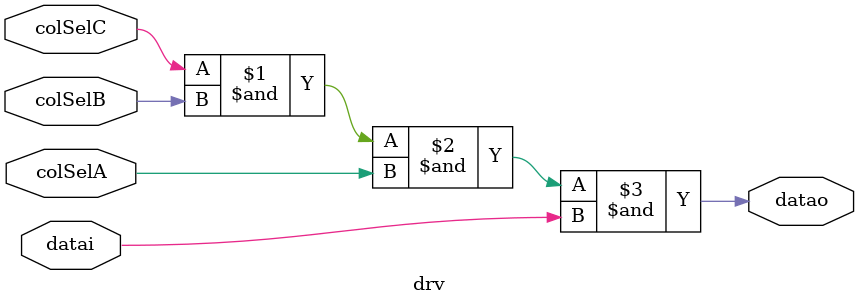
<source format=v>
module drv
  (input colSelA,
   input colSelB,
   input colSelC,
   input datai,
   output datao
   );
   assign datao = colSelC & colSelB & colSelA & datai;
endmodule
</source>
